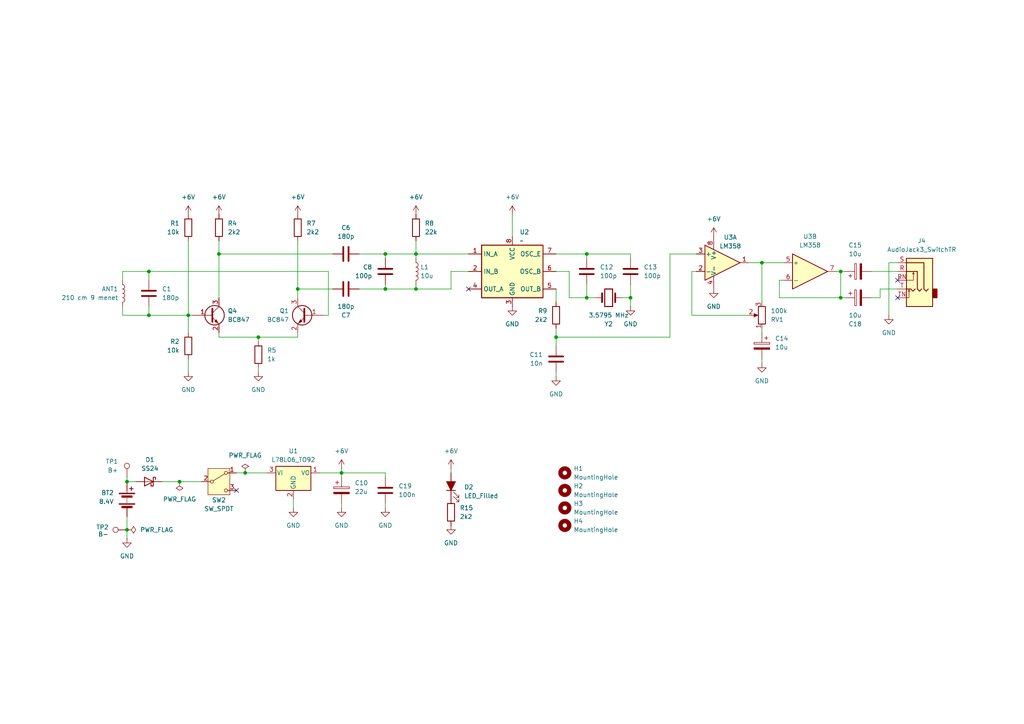
<source format=kicad_sch>
(kicad_sch (version 20250114) (generator "eeschema") (generator_version "9.0")
  (paper "A4")
  (lib_symbols
    (symbol "Amplifier_Operational:LM358" (pin_names (offset 0.127))
      (property "Reference" "U" (at 0 5.08 0))
      (property "Value" "LM358" (at 0 -5.08 0))
      (symbol "LM358_1_1"
        (polyline (pts (xy -5.08 5.08) (xy 5.08 0) (xy -5.08 -5.08) (xy -5.08 5.08)) (stroke (width 0.254)) (fill (type background)))
        (pin input line (at -7.62 2.54 0) (length 2.54) (name "+") (number "3"))
        (pin input line (at -7.62 -2.54 0) (length 2.54) (name "-") (number "2"))
        (pin output line (at 7.62 0 180) (length 2.54) (name "~") (number "1"))
      )
      (symbol "LM358_2_1"
        (polyline (pts (xy -5.08 5.08) (xy 5.08 0) (xy -5.08 -5.08) (xy -5.08 5.08)) (stroke (width 0.254)) (fill (type background)))
        (pin input line (at -7.62 2.54 0) (length 2.54) (name "+") (number "5"))
        (pin input line (at -7.62 -2.54 0) (length 2.54) (name "-") (number "6"))
        (pin output line (at 7.62 0 180) (length 2.54) (name "~") (number "7"))
      )
      (symbol "LM358_3_1"
        (pin power_in line (at -2.54 7.62 270) (length 3.81) (name "V+") (number "8"))
        (pin power_in line (at -2.54 -7.62 90) (length 3.81) (name "V-") (number "4"))
      )
    )
    (symbol "Connector:TestPoint" (pin_numbers (hide yes)) (pin_names (offset 0.762) (hide yes))
      (property "Reference" "TP" (at 0 6.858 0))
      (property "Value" "TestPoint" (at 0 5.08 0))
      (symbol "TestPoint_0_1"
        (circle (center 0 3.302) (radius 0.762))
      )
      (symbol "TestPoint_1_1"
        (pin passive line (at 0 0 90) (length 2.54) (name "1") (number "1"))
      )
    )
    (symbol "Connector_Audio:AudioJack3_SwitchTR"
      (property "Reference" "J" (at 0 8.89 0))
      (property "Value" "AudioJack3_SwitchTR" (at 0 6.35 0))
      (symbol "AudioJack3_SwitchTR_0_1"
        (rectangle (start -5.08 -5.08) (end -6.35 -7.62) (stroke (width 0.254)) (fill (type outline)))
        (polyline (pts (xy -1.905 -5.08) (xy -1.27 -5.715) (xy -0.635 -5.08) (xy -0.635 0) (xy 2.54 0)) (stroke (width 0.254)))
        (polyline (pts (xy 0 -5.08) (xy 0.635 -5.715) (xy 1.27 -5.08) (xy 2.54 -5.08)) (stroke (width 0.254)))
        (polyline (pts (xy 0.508 -0.254) (xy 0.762 -0.762)))
        (polyline (pts (xy 1.778 -5.334) (xy 2.032 -5.842)))
        (rectangle (start 2.54 3.81) (end -5.08 -10.16) (stroke (width 0.254)) (fill (type background)))
        (polyline (pts (xy 2.54 2.54) (xy -2.54 2.54) (xy -2.54 -5.08) (xy -3.175 -5.715) (xy -3.81 -5.08)) (stroke (width 0.254)))
        (polyline (pts (xy 2.54 -2.54) (xy 0.508 -2.54) (xy 0.508 -0.254) (xy 0.254 -0.762)))
        (polyline (pts (xy 2.54 -7.62) (xy 1.778 -7.62) (xy 1.778 -5.334) (xy 1.524 -5.842)))
      )
      (symbol "AudioJack3_SwitchTR_1_1"
        (pin passive line (at 5.08 2.54 180) (length 2.54) (name "~") (number "S"))
        (pin passive line (at 5.08 0 180) (length 2.54) (name "~") (number "R"))
        (pin passive line (at 5.08 -2.54 180) (length 2.54) (name "~") (number "RN"))
        (pin passive line (at 5.08 -5.08 180) (length 2.54) (name "~") (number "T"))
        (pin passive line (at 5.08 -7.62 180) (length 2.54) (name "~") (number "TN"))
      )
    )
    (symbol "Device:Battery" (pin_numbers (hide yes)) (pin_names (offset 0) (hide yes))
      (property "Reference" "BT" (at 2.54 2.54 0))
      (property "Value" "Battery" (at 2.54 0 0))
      (symbol "Battery_0_1"
        (rectangle (start -2.286 1.778) (end 2.286 1.524) (fill (type outline)))
        (rectangle (start -2.286 -1.27) (end 2.286 -1.524) (fill (type outline)))
        (rectangle (start -1.524 1.016) (end 1.524 0.508) (fill (type outline)))
        (rectangle (start -1.524 -2.032) (end 1.524 -2.54) (fill (type outline)))
        (polyline (pts (xy 0 1.778) (xy 0 2.54)))
        (polyline (pts (xy 0 0) (xy 0 0.254)))
        (polyline (pts (xy 0 -0.508) (xy 0 -0.254)))
        (polyline (pts (xy 0 -1.016) (xy 0 -0.762)))
        (polyline (pts (xy 0.762 3.048) (xy 1.778 3.048)) (stroke (width 0.254)))
        (polyline (pts (xy 1.27 3.556) (xy 1.27 2.54)) (stroke (width 0.254)))
      )
      (symbol "Battery_1_1"
        (pin passive line (at 0 5.08 270) (length 2.54) (name "+") (number "1"))
        (pin passive line (at 0 -5.08 90) (length 2.54) (name "-") (number "2"))
      )
    )
    (symbol "Device:C" (pin_numbers (hide yes)) (pin_names (offset 0.254))
      (property "Reference" "C" (at 0.635 2.54 0))
      (property "Value" "C" (at 0.635 -2.54 0))
      (symbol "C_0_1"
        (polyline (pts (xy -2.032 0.762) (xy 2.032 0.762)) (stroke (width 0.508)))
        (polyline (pts (xy -2.032 -0.762) (xy 2.032 -0.762)) (stroke (width 0.508)))
      )
      (symbol "C_1_1"
        (pin passive line (at 0 3.81 270) (length 2.794) (name "~") (number "1"))
        (pin passive line (at 0 -3.81 90) (length 2.794) (name "~") (number "2"))
      )
    )
    (symbol "Device:C_Polarized" (pin_numbers (hide yes)) (pin_names (offset 0.254))
      (property "Reference" "C" (at 0.635 2.54 0))
      (property "Value" "C_Polarized" (at 0.635 -2.54 0))
      (symbol "C_Polarized_0_1"
        (rectangle (start -2.286 0.508) (end 2.286 1.016))
        (polyline (pts (xy -1.778 2.286) (xy -0.762 2.286)))
        (polyline (pts (xy -1.27 2.794) (xy -1.27 1.778)))
        (rectangle (start 2.286 -0.508) (end -2.286 -1.016) (fill (type outline)))
      )
      (symbol "C_Polarized_1_1"
        (pin passive line (at 0 3.81 270) (length 2.794) (name "~") (number "1"))
        (pin passive line (at 0 -3.81 90) (length 2.794) (name "~") (number "2"))
      )
    )
    (symbol "Device:Crystal" (pin_numbers (hide yes)) (pin_names (offset 1.016) (hide yes))
      (property "Reference" "Y" (at 0 3.81 0))
      (property "Value" "Crystal" (at 0 -3.81 0))
      (symbol "Crystal_0_1"
        (polyline (pts (xy -2.54 0) (xy -1.905 0)))
        (polyline (pts (xy -1.905 -1.27) (xy -1.905 1.27)) (stroke (width 0.508)))
        (rectangle (start -1.143 2.54) (end 1.143 -2.54) (stroke (width 0.3048)))
        (polyline (pts (xy 1.905 -1.27) (xy 1.905 1.27)) (stroke (width 0.508)))
        (polyline (pts (xy 2.54 0) (xy 1.905 0)))
      )
      (symbol "Crystal_1_1"
        (pin passive line (at -3.81 0 0) (length 1.27) (name "1") (number "1"))
        (pin passive line (at 3.81 0 180) (length 1.27) (name "2") (number "2"))
      )
    )
    (symbol "Device:L" (pin_numbers (hide yes)) (pin_names (offset 1.016) (hide yes))
      (property "Reference" "L" (at -1.27 0 90))
      (property "Value" "L" (at 1.905 0 90))
      (symbol "L_0_1"
        (arc (start 0 2.54) (mid 0.6323 1.905) (end 0 1.27))
        (arc (start 0 1.27) (mid 0.6323 0.635) (end 0 0))
        (arc (start 0 0) (mid 0.6323 -0.635) (end 0 -1.27))
        (arc (start 0 -1.27) (mid 0.6323 -1.905) (end 0 -2.54))
      )
      (symbol "L_1_1"
        (pin passive line (at 0 3.81 270) (length 1.27) (name "1") (number "1"))
        (pin passive line (at 0 -3.81 90) (length 1.27) (name "2") (number "2"))
      )
    )
    (symbol "Device:R" (pin_numbers (hide yes)) (pin_names (offset 0))
      (property "Reference" "R" (at 2.032 0 90))
      (property "Value" "R" (at 0 0 90))
      (symbol "R_0_1"
        (rectangle (start -1.016 -2.54) (end 1.016 2.54) (stroke (width 0.254)))
      )
      (symbol "R_1_1"
        (pin passive line (at 0 3.81 270) (length 1.27) (name "~") (number "1"))
        (pin passive line (at 0 -3.81 90) (length 1.27) (name "~") (number "2"))
      )
    )
    (symbol "Device:R_Potentiometer" (pin_names (offset 1.016) (hide yes))
      (property "Reference" "RV" (at -4.445 0 90))
      (property "Value" "R_Potentiometer" (at -2.54 0 90))
      (symbol "R_Potentiometer_0_1"
        (rectangle (start 1.016 2.54) (end -1.016 -2.54) (stroke (width 0.254)))
        (polyline (pts (xy 1.143 0) (xy 2.286 0.508) (xy 2.286 -0.508) (xy 1.143 0)) (fill (type outline)))
        (polyline (pts (xy 2.54 0) (xy 1.524 0)))
      )
      (symbol "R_Potentiometer_1_1"
        (pin passive line (at 0 3.81 270) (length 1.27) (name "1") (number "1"))
        (pin passive line (at 0 -3.81 90) (length 1.27) (name "3") (number "3"))
        (pin passive line (at 3.81 0 180) (length 1.27) (name "2") (number "2"))
      )
    )
    (symbol "Diode:SS24" (pin_numbers (hide yes)) (pin_names (offset 1.016) (hide yes))
      (property "Reference" "D" (at 0 2.54 0))
      (property "Value" "SS24" (at 0 -2.54 0))
      (symbol "SS24_0_1"
        (polyline (pts (xy -1.905 0.635) (xy -1.905 1.27) (xy -1.27 1.27) (xy -1.27 -1.27) (xy -0.635 -1.27) (xy -0.635 -0.635)) (stroke (width 0.254)))
        (polyline (pts (xy 1.27 1.27) (xy 1.27 -1.27) (xy -1.27 0) (xy 1.27 1.27)) (stroke (width 0.254)))
        (polyline (pts (xy 1.27 0) (xy -1.27 0)))
      )
      (symbol "SS24_1_1"
        (pin passive line (at -3.81 0 0) (length 2.54) (name "K") (number "1"))
        (pin passive line (at 3.81 0 180) (length 2.54) (name "A") (number "2"))
      )
    )
    (symbol "LED_Filled_1" (pin_numbers (hide yes)) (pin_names (offset 1.016) (hide yes))
      (property "Reference" "D" (at 0 2.54 0))
      (property "Value" "LED_Filled" (at 0 -2.54 0))
      (property "Sim.Pins" "1=K 2=A" (at 0 0 0))
      (symbol "LED_Filled_1_0_1"
        (polyline (pts (xy -3.048 -0.762) (xy -4.572 -2.286) (xy -3.81 -2.286) (xy -4.572 -2.286) (xy -4.572 -1.524)))
        (polyline (pts (xy -1.778 -0.762) (xy -3.302 -2.286) (xy -2.54 -2.286) (xy -3.302 -2.286) (xy -3.302 -1.524)))
        (polyline (pts (xy -1.27 0) (xy 1.27 0)))
        (polyline (pts (xy -1.27 -1.27) (xy -1.27 1.27)) (stroke (width 0.254)))
        (polyline (pts (xy 1.27 -1.27) (xy 1.27 1.27) (xy -1.27 0) (xy 1.27 -1.27)) (stroke (width 0.254)) (fill (type outline)))
      )
      (symbol "LED_Filled_1_1_1"
        (pin passive line (at -3.81 0 0) (length 2.54) (name "K") (number "1"))
        (pin passive line (at 3.81 0 180) (length 2.54) (name "A") (number "2"))
      )
    )
    (symbol "Mechanical:MountingHole" (pin_names (offset 1.016)) (exclude_from_sim yes) (in_bom no)
      (property "Reference" "H" (at 0 5.08 0))
      (property "Value" "MountingHole" (at 0 3.175 0))
      (symbol "MountingHole_0_1"
        (circle (center 0 0) (radius 1.27) (stroke (width 1.27)))
      )
    )
    (symbol "Regulator_Linear:L78L06_TO92" (pin_names (offset 0.254))
      (property "Reference" "U" (at -3.81 3.175 0))
      (property "Value" "L78L06_TO92" (at 0 3.175 0))
      (symbol "L78L06_TO92_0_1"
        (rectangle (start -5.08 -5.08) (end 5.08 1.905) (stroke (width 0.254)) (fill (type background)))
      )
      (symbol "L78L06_TO92_1_1"
        (pin power_in line (at -7.62 0 0) (length 2.54) (name "VI") (number "3"))
        (pin power_in line (at 0 -7.62 90) (length 2.54) (name "GND") (number "2"))
        (pin power_out line (at 7.62 0 180) (length 2.54) (name "VO") (number "1"))
      )
    )
    (symbol "Switch:SW_SPDT" (pin_names (offset 0) (hide yes))
      (property "Reference" "SW" (at 0 5.08 0))
      (property "Value" "SW_SPDT" (at 0 -5.08 0))
      (symbol "SW_SPDT_0_1"
        (circle (center -2.032 0) (radius 0.4572))
        (polyline (pts (xy -1.651 0.254) (xy 1.651 2.286)))
        (circle (center 2.032 2.54) (radius 0.4572))
        (circle (center 2.032 -2.54) (radius 0.4572))
      )
      (symbol "SW_SPDT_1_1"
        (rectangle (start -3.175 3.81) (end 3.175 -3.81) (fill (type background)))
        (pin passive line (at -5.08 0 0) (length 2.54) (name "B") (number "2"))
        (pin passive line (at 5.08 2.54 180) (length 2.54) (name "A") (number "1"))
        (pin passive line (at 5.08 -2.54 180) (length 2.54) (name "C") (number "3"))
      )
    )
    (symbol "Transistor_BJT:BC847" (pin_names (offset 0) (hide yes))
      (property "Reference" "Q" (at 5.08 1.905 0))
      (property "Value" "BC847" (at 5.08 0 0))
      (symbol "BC847_0_1"
        (polyline (pts (xy 0.635 1.905) (xy 0.635 -1.905) (xy 0.635 -1.905)) (stroke (width 0.508)))
        (polyline (pts (xy 0.635 0.635) (xy 2.54 2.54)))
        (polyline (pts (xy 0.635 -0.635) (xy 2.54 -2.54) (xy 2.54 -2.54)))
        (circle (center 1.27 0) (radius 2.8194) (stroke (width 0.254)))
        (polyline (pts (xy 1.27 -1.778) (xy 1.778 -1.27) (xy 2.286 -2.286) (xy 1.27 -1.778) (xy 1.27 -1.778)) (fill (type outline)))
      )
      (symbol "BC847_1_1"
        (pin input line (at -5.08 0 0) (length 5.715) (name "B") (number "1"))
        (pin passive line (at 2.54 5.08 270) (length 2.54) (name "C") (number "3"))
        (pin passive line (at 2.54 -5.08 90) (length 2.54) (name "E") (number "2"))
      )
    )
    (symbol "power:+6V" (power) (pin_numbers (hide yes)) (pin_names (offset 0) (hide yes))
      (property "Value" "+6V" (at 0 3.556 0))
      (symbol "+6V_0_1"
        (polyline (pts (xy -0.762 1.27) (xy 0 2.54)))
        (polyline (pts (xy 0 2.54) (xy 0.762 1.27)))
        (polyline (pts (xy 0 0) (xy 0 2.54)))
      )
      (symbol "+6V_1_1"
        (pin power_in line (at 0 0 90) (length 0) (name "~") (number "1"))
      )
    )
    (symbol "power:GND" (power) (pin_numbers (hide yes)) (pin_names (offset 0) (hide yes))
      (property "Value" "GND" (at 0 -3.81 0))
      (symbol "GND_0_1"
        (polyline (pts (xy 0 0) (xy 0 -1.27) (xy 1.27 -1.27) (xy 0 -2.54) (xy -1.27 -1.27) (xy 0 -1.27)))
      )
      (symbol "GND_1_1"
        (pin power_in line (at 0 0 270) (length 0) (name "~") (number "1"))
      )
    )
    (symbol "power:PWR_FLAG" (power) (pin_numbers (hide yes)) (pin_names (offset 0) (hide yes))
      (property "Value" "PWR_FLAG" (at 0 3.81 0))
      (symbol "PWR_FLAG_0_0"
        (pin power_out line (at 0 0 90) (length 0) (name "~") (number "1"))
      )
      (symbol "PWR_FLAG_0_1"
        (polyline (pts (xy 0 0) (xy 0 1.27) (xy -1.016 1.905) (xy 0 2.54) (xy 1.016 1.905) (xy 0 1.27)))
      )
    )
    (symbol "sa612:SA612"
      (property "Reference" "U" (at 0 0 0))
      (symbol "SA612_0_0"
        (pin power_in line (at 0 10.16 270) (length 2.54) (name "VCC") (number "8"))
      )
      (symbol "SA612_0_1"
        (rectangle (start -8.89 -7.62) (end 8.89 7.62) (stroke (width 0.254)) (fill (type background)))
        (rectangle (start -8.89 -7.62) (end 8.89 7.62) (stroke (width 0.254)) (fill (type background)))
      )
      (symbol "SA612_1_0"
        (pin power_in line (at 0 -10.16 90) (length 2.54) (name "GND") (number "3"))
      )
      (symbol "SA612_1_1"
        (pin input line (at -12.7 5.08 0) (length 3.81) (name "IN_A") (number "1"))
        (pin input line (at -12.7 0 0) (length 3.81) (name "IN_B") (number "2"))
        (pin output line (at -12.7 -5.08 0) (length 3.81) (name "OUT_A") (number "4"))
        (pin output line (at 12.7 5.08 180) (length 3.81) (name "OSC_E") (number "7"))
        (pin input line (at 12.7 0 180) (length 3.81) (name "OSC_B") (number "6"))
        (pin output line (at 12.7 -5.08 180) (length 3.81) (name "OUT_B") (number "5"))
      )
    )
  )
  (junction (at 43.18 91.44))
  (junction (at 74.93 97.79))
  (junction (at 243.84 86.36))
  (junction (at 111.76 83.82))
  (junction (at 111.76 73.66))
  (junction (at 161.29 97.79))
  (junction (at 120.65 83.82))
  (junction (at 36.83 139.7))
  (junction (at 36.83 153.67))
  (junction (at 243.84 78.74))
  (junction (at 43.18 78.74))
  (junction (at 54.61 91.44))
  (junction (at 63.5 73.66))
  (junction (at 170.18 86.36))
  (junction (at 220.98 76.2))
  (junction (at 170.18 73.66))
  (junction (at 182.88 86.36))
  (junction (at 52.07 139.7))
  (junction (at 71.12 137.16))
  (junction (at 120.65 73.66))
  (junction (at 99.06 137.16))
  (junction (at 86.36 83.82))
  (no_connect (at 135.89 83.82))
  (no_connect (at 68.58 142.24))
  (no_connect (at 260.35 86.36))
  (no_connect (at 260.35 81.28))
  (wire (pts (xy 99.06 146.05) (xy 99.06 147.32)))
  (wire (pts (xy 217.17 76.2) (xy 220.98 76.2)))
  (wire (pts (xy 200.66 78.74) (xy 201.93 78.74)))
  (wire (pts (xy 182.88 88.9) (xy 182.88 86.36)))
  (wire (pts (xy 161.29 95.25) (xy 161.29 97.79)))
  (wire (pts (xy 165.1 86.36) (xy 170.18 86.36)))
  (wire (pts (xy 35.56 78.74) (xy 43.18 78.74)))
  (wire (pts (xy 130.81 135.89) (xy 130.81 137.16)))
  (wire (pts (xy 200.66 91.44) (xy 200.66 78.74)))
  (wire (pts (xy 180.34 86.36) (xy 182.88 86.36)))
  (wire (pts (xy 120.65 69.85) (xy 120.65 73.66)))
  (wire (pts (xy 111.76 73.66) (xy 111.76 74.93)))
  (wire (pts (xy 170.18 73.66) (xy 182.88 73.66)))
  (wire (pts (xy 165.1 78.74) (xy 165.1 86.36)))
  (wire (pts (xy 36.83 153.67) (xy 36.83 149.86)))
  (wire (pts (xy 104.14 83.82) (xy 111.76 83.82)))
  (wire (pts (xy 170.18 86.36) (xy 172.72 86.36)))
  (wire (pts (xy 111.76 83.82) (xy 120.65 83.82)))
  (wire (pts (xy 111.76 147.32) (xy 111.76 146.05)))
  (wire (pts (xy 220.98 76.2) (xy 227.33 76.2)))
  (wire (pts (xy 54.61 91.44) (xy 54.61 96.52)))
  (wire (pts (xy 35.56 81.28) (xy 35.56 78.74)))
  (wire (pts (xy 226.06 86.36) (xy 243.84 86.36)))
  (wire (pts (xy 99.06 137.16) (xy 92.71 137.16)))
  (wire (pts (xy 161.29 97.79) (xy 161.29 100.33)))
  (wire (pts (xy 170.18 82.55) (xy 170.18 86.36)))
  (wire (pts (xy 226.06 81.28) (xy 226.06 86.36)))
  (wire (pts (xy 86.36 83.82) (xy 96.52 83.82)))
  (wire (pts (xy 111.76 82.55) (xy 111.76 83.82)))
  (wire (pts (xy 252.73 86.36) (xy 255.27 86.36)))
  (wire (pts (xy 161.29 73.66) (xy 170.18 73.66)))
  (wire (pts (xy 243.84 86.36) (xy 245.11 86.36)))
  (wire (pts (xy 99.06 138.43) (xy 99.06 137.16)))
  (wire (pts (xy 255.27 83.82) (xy 260.35 83.82)))
  (wire (pts (xy 243.84 78.74) (xy 245.11 78.74)))
  (wire (pts (xy 63.5 97.79) (xy 74.93 97.79)))
  (wire (pts (xy 74.93 97.79) (xy 86.36 97.79)))
  (wire (pts (xy 111.76 73.66) (xy 120.65 73.66)))
  (wire (pts (xy 46.99 139.7) (xy 52.07 139.7)))
  (wire (pts (xy 243.84 78.74) (xy 243.84 86.36)))
  (wire (pts (xy 99.06 135.89) (xy 99.06 137.16)))
  (wire (pts (xy 36.83 156.21) (xy 36.83 153.67)))
  (wire (pts (xy 43.18 91.44) (xy 54.61 91.44)))
  (wire (pts (xy 63.5 73.66) (xy 63.5 86.36)))
  (wire (pts (xy 85.09 144.78) (xy 85.09 147.32)))
  (wire (pts (xy 43.18 88.9) (xy 43.18 91.44)))
  (wire (pts (xy 161.29 83.82) (xy 161.29 87.63)))
  (wire (pts (xy 43.18 78.74) (xy 43.18 81.28)))
  (wire (pts (xy 161.29 78.74) (xy 165.1 78.74)))
  (wire (pts (xy 63.5 96.52) (xy 63.5 97.79)))
  (wire (pts (xy 74.93 106.68) (xy 74.93 107.95)))
  (wire (pts (xy 260.35 76.2) (xy 257.81 76.2)))
  (wire (pts (xy 35.56 91.44) (xy 43.18 91.44)))
  (wire (pts (xy 194.31 97.79) (xy 161.29 97.79)))
  (wire (pts (xy 54.61 69.85) (xy 54.61 91.44)))
  (wire (pts (xy 120.65 73.66) (xy 135.89 73.66)))
  (wire (pts (xy 252.73 78.74) (xy 260.35 78.74)))
  (wire (pts (xy 99.06 137.16) (xy 111.76 137.16)))
  (wire (pts (xy 182.88 86.36) (xy 182.88 82.55)))
  (wire (pts (xy 36.83 139.7) (xy 39.37 139.7)))
  (wire (pts (xy 36.83 138.43) (xy 36.83 139.7)))
  (wire (pts (xy 227.33 81.28) (xy 226.06 81.28)))
  (wire (pts (xy 54.61 91.44) (xy 55.88 91.44)))
  (wire (pts (xy 220.98 104.14) (xy 220.98 105.41)))
  (wire (pts (xy 170.18 74.93) (xy 170.18 73.66)))
  (wire (pts (xy 255.27 86.36) (xy 255.27 83.82)))
  (wire (pts (xy 74.93 97.79) (xy 74.93 99.06)))
  (wire (pts (xy 161.29 107.95) (xy 161.29 109.22)))
  (wire (pts (xy 54.61 107.95) (xy 54.61 104.14)))
  (wire (pts (xy 135.89 78.74) (xy 130.81 78.74)))
  (wire (pts (xy 120.65 74.93) (xy 120.65 73.66)))
  (wire (pts (xy 111.76 138.43) (xy 111.76 137.16)))
  (wire (pts (xy 86.36 97.79) (xy 86.36 96.52)))
  (wire (pts (xy 86.36 83.82) (xy 86.36 86.36)))
  (wire (pts (xy 120.65 82.55) (xy 120.65 83.82)))
  (wire (pts (xy 43.18 78.74) (xy 95.25 78.74)))
  (wire (pts (xy 130.81 83.82) (xy 120.65 83.82)))
  (wire (pts (xy 201.93 73.66) (xy 194.31 73.66)))
  (wire (pts (xy 95.25 78.74) (xy 95.25 91.44)))
  (wire (pts (xy 194.31 73.66) (xy 194.31 97.79)))
  (wire (pts (xy 86.36 69.85) (xy 86.36 83.82)))
  (wire (pts (xy 130.81 78.74) (xy 130.81 83.82)))
  (wire (pts (xy 63.5 73.66) (xy 96.52 73.66)))
  (wire (pts (xy 71.12 137.16) (xy 77.47 137.16)))
  (wire (pts (xy 35.56 88.9) (xy 35.56 91.44)))
  (wire (pts (xy 220.98 96.52) (xy 220.98 95.25)))
  (wire (pts (xy 242.57 78.74) (xy 243.84 78.74)))
  (wire (pts (xy 63.5 69.85) (xy 63.5 73.66)))
  (wire (pts (xy 95.25 91.44) (xy 93.98 91.44)))
  (wire (pts (xy 148.59 62.23) (xy 148.59 68.58)))
  (wire (pts (xy 220.98 87.63) (xy 220.98 76.2)))
  (wire (pts (xy 257.81 76.2) (xy 257.81 91.44)))
  (wire (pts (xy 104.14 73.66) (xy 111.76 73.66)))
  (wire (pts (xy 182.88 73.66) (xy 182.88 74.93)))
  (wire (pts (xy 52.07 139.7) (xy 58.42 139.7)))
  (wire (pts (xy 71.12 137.16) (xy 68.58 137.16)))
  (wire (pts (xy 200.66 91.44) (xy 217.17 91.44)))
  (symbol (lib_id "Device:Crystal") (at 176.53 86.36 0) (unit 1)
    (property "Reference" "Y2" (at 176.53 93.98 0))
    (property "Value" "3.5795 MHz" (at 176.53 91.44 0))
    (property "Footprint" "Crystal:Crystal_HC49-4H_Vertical" (effects (hide yes)))
    (property "Description" "Two pin crystal" (effects (hide yes)))
  )
  (symbol (lib_id "Transistor_BJT:BC847") (at 88.9 91.44 0) (mirror y) (unit 1)
    (property "Reference" "Q1" (at 83.82 90.1699 0) (effects (justify left)))
    (property "Value" "BC847" (at 83.82 92.7099 0) (effects (justify left)))
    (property "Footprint" "Package_TO_SOT_SMD:SOT-23" (effects (hide yes)))
    (property "Datasheet" "http://www.infineon.com/dgdl/Infineon-BC847SERIES_BC848SERIES_BC849SERIES_BC850SERIES-DS-v01_01-en.pdf?fileId=db3a304314dca389011541d4630a1657" (effects (hide yes)))
    (property "Description" "0.1A Ic, 45V Vce, NPN Transistor, SOT-23" (effects (hide yes)))
  )
  (symbol (lib_id "power:GND") (at 54.61 107.95 0) (unit 1)
    (property "Reference" "#PWR02" (effects (hide yes)))
    (property "Value" "GND" (at 54.61 113.03 0))
    (property "Description" "Power symbol creates a global label with name \"GND\" , ground" (effects (hide yes)))
  )
  (symbol (lib_id "power:GND") (at 257.81 91.44 0) (mirror y) (unit 1)
    (property "Reference" "#PWR035" (effects (hide yes)))
    (property "Value" "GND" (at 257.81 96.52 0))
    (property "Description" "Power symbol creates a global label with name \"GND\" , ground" (effects (hide yes)))
  )
  (symbol (lib_id "Connector_Audio:AudioJack3_SwitchTR") (at 265.43 78.74 0) (mirror y) (unit 1)
    (property "Reference" "J4" (at 267.335 69.85 0))
    (property "Value" "AudioJack3_SwitchTR" (at 267.335 72.39 0))
    (property "Footprint" "Connector_Audio:Jack_3.5mm_CUI_SJ1-3525N_Horizontal" (effects (hide yes)))
    (property "Description" "Audio Jack, 3 Poles (Stereo / TRS), Switched TR Poles (Normalling)" (effects (hide yes)))
  )
  (symbol (lib_id "Mechanical:MountingHole") (at 163.83 137.16 0) (unit 1) (exclude_from_sim yes) (in_bom no)
    (property "Reference" "H1" (at 166.37 135.8899 0) (effects (justify left)))
    (property "Value" "MountingHole" (at 166.37 138.4299 0) (effects (justify left)))
    (property "Footprint" "MountingHole:MountingHole_2.7mm_M2.5" (effects (hide yes)))
    (property "Description" "Mounting Hole without connection" (effects (hide yes)))
  )
  (symbol (lib_id "power:PWR_FLAG") (at 36.83 153.67 270) (unit 1)
    (property "Reference" "#FLG02" (effects (hide yes)))
    (property "Value" "PWR_FLAG" (at 40.64 153.6699 90) (effects (justify left)))
    (property "Description" "Special symbol for telling ERC where power comes from" (effects (hide yes)))
  )
  (symbol (lib_id "power:GND") (at 74.93 107.95 0) (unit 1)
    (property "Reference" "#PWR04" (effects (hide yes)))
    (property "Value" "GND" (at 74.93 113.03 0))
    (property "Description" "Power symbol creates a global label with name \"GND\" , ground" (effects (hide yes)))
  )
  (symbol (lib_id "power:+6V") (at 120.65 62.23 0) (unit 1)
    (property "Reference" "#PWR08" (effects (hide yes)))
    (property "Value" "+6V" (at 120.65 57.15 0))
    (property "Description" "Power symbol creates a global label with name \"+6V\"" (effects (hide yes)))
  )
  (symbol (lib_id "power:GND") (at 99.06 147.32 0) (unit 1)
    (property "Reference" "#PWR011" (effects (hide yes)))
    (property "Value" "GND" (at 99.06 152.4 0))
    (property "Description" "Power symbol creates a global label with name \"GND\" , ground" (effects (hide yes)))
  )
  (symbol (lib_id "Device:C") (at 43.18 85.09 0) (unit 1)
    (property "Reference" "C1" (at 46.99 83.8199 0) (effects (justify left)))
    (property "Value" "180p" (at 46.99 86.3599 0) (effects (justify left)))
    (property "Footprint" "Capacitor_SMD:C_0805_2012Metric_Pad1.18x1.45mm_HandSolder" (effects (hide yes)))
    (property "Description" "Unpolarized capacitor" (effects (hide yes)))
  )
  (symbol (lib_id "Amplifier_Operational:LM358") (at 209.55 76.2 0) (unit 1)
    (property "Reference" "U3" (at 211.836 68.834 0))
    (property "Value" "LM358" (at 211.836 71.374 0))
    (property "Footprint" "Package_SO:SOIC-8_3.9x4.9mm_P1.27mm" (effects (hide yes)))
    (property "Datasheet" "http://www.ti.com/lit/ds/symlink/lm2904-n.pdf" (effects (hide yes)))
    (property "Description" "Low-Power, Dual Operational Amplifiers, DIP-8/SOIC-8/TO-99-8" (effects (hide yes)))
  )
  (symbol (lib_id "Device:R") (at 74.93 102.87 0) (unit 1)
    (property "Reference" "R5" (at 77.47 101.5999 0) (effects (justify left)))
    (property "Value" "1k" (at 77.47 104.1399 0) (effects (justify left)))
    (property "Footprint" "Resistor_SMD:R_0805_2012Metric_Pad1.20x1.40mm_HandSolder" (effects (hide yes)))
    (property "Description" "Resistor" (effects (hide yes)))
  )
  (symbol (lib_id "power:+6V") (at 54.61 62.23 0) (unit 1)
    (property "Reference" "#PWR01" (effects (hide yes)))
    (property "Value" "+6V" (at 54.61 57.15 0))
    (property "Description" "Power symbol creates a global label with name \"+6V\"" (effects (hide yes)))
  )
  (symbol (lib_id "Device:L") (at 120.65 78.74 0) (unit 1)
    (property "Reference" "L1" (at 121.92 77.4699 0) (effects (justify left)))
    (property "Value" "10u" (at 121.92 80.0099 0) (effects (justify left)))
    (property "Footprint" "Inductor_SMD:L_0805_2012Metric_Pad1.15x1.40mm_HandSolder" (effects (hide yes)))
    (property "Description" "Inductor" (effects (hide yes)))
  )
  (symbol (lib_id "Device:Battery") (at 36.83 144.78 0) (unit 1) (on_board no)
    (property "Reference" "BT2" (at 33.02 142.9384 0) (effects (justify right)))
    (property "Value" "8.4V" (at 33.02 145.4784 0) (effects (justify right)))
    (property "Footprint" "Connector_BarrelJack:BarrelJack_GCT_DCJ200-10-A_Horizontal" (effects (hide yes)))
    (property "Description" "Multiple-cell battery" (effects (hide yes)))
  )
  (symbol (lib_id "power:GND") (at 182.88 88.9 0) (unit 1)
    (property "Reference" "#PWR016" (effects (hide yes)))
    (property "Value" "GND" (at 182.88 93.98 0))
    (property "Description" "Power symbol creates a global label with name \"GND\" , ground" (effects (hide yes)))
  )
  (symbol (lib_id "Mechanical:MountingHole") (at 163.83 152.4 0) (unit 1) (exclude_from_sim yes) (in_bom no)
    (property "Reference" "H4" (at 166.37 151.1299 0) (effects (justify left)))
    (property "Value" "MountingHole" (at 166.37 153.6699 0) (effects (justify left)))
    (property "Footprint" "MountingHole:MountingHole_2.7mm_M2.5" (effects (hide yes)))
    (property "Description" "Mounting Hole without connection" (effects (hide yes)))
  )
  (symbol (lib_id "Amplifier_Operational:LM358") (at 209.55 76.2 0) (unit 3)
    (property "Reference" "U3" (effects (hide yes)))
    (property "Value" "LM358" (effects (hide yes)))
    (property "Footprint" "Package_SO:SOIC-8_3.9x4.9mm_P1.27mm" (effects (hide yes)))
    (property "Datasheet" "http://www.ti.com/lit/ds/symlink/lm2904-n.pdf" (effects (hide yes)))
    (property "Description" "Low-Power, Dual Operational Amplifiers, DIP-8/SOIC-8/TO-99-8" (effects (hide yes)))
  )
  (symbol (lib_id "power:GND") (at 220.98 105.41 0) (mirror y) (unit 1)
    (property "Reference" "#PWR017" (effects (hide yes)))
    (property "Value" "GND" (at 220.98 110.49 0))
    (property "Description" "Power symbol creates a global label with name \"GND\" , ground" (effects (hide yes)))
  )
  (symbol (lib_id "Device:C_Polarized") (at 99.06 142.24 0) (unit 1)
    (property "Reference" "C10" (at 102.87 140.0809 0) (effects (justify left)))
    (property "Value" "22u" (at 102.87 142.6209 0) (effects (justify left)))
    (property "Footprint" "Capacitor_SMD:C_0805_2012Metric_Pad1.18x1.45mm_HandSolder" (effects (hide yes)))
    (property "Description" "Polarized capacitor" (effects (hide yes)))
  )
  (symbol (lib_id "Switch:SW_SPDT") (at 63.5 139.7 0) (unit 1)
    (property "Reference" "SW2" (at 63.5 145.034 0))
    (property "Value" "SW_SPDT" (at 63.5 147.574 0))
    (property "Footprint" "Button_Switch_THT:SW_Push_2P2T_Toggle_CK_PVA2OAH5xxxxxxV2" (effects (hide yes)))
    (property "Description" "Switch, single pole double throw" (effects (hide yes)))
  )
  (symbol (lib_id "power:GND") (at 207.01 83.82 0) (unit 1)
    (property "Reference" "#PWR019" (effects (hide yes)))
    (property "Value" "GND" (at 207.01 88.9 0))
    (property "Description" "Power symbol creates a global label with name \"GND\" , ground" (effects (hide yes)))
  )
  (symbol (lib_id "power:+6V") (at 99.06 135.89 0) (unit 1)
    (property "Reference" "#PWR010" (effects (hide yes)))
    (property "Value" "+6V" (at 99.06 130.81 0))
    (property "Description" "Power symbol creates a global label with name \"+6V\"" (effects (hide yes)))
  )
  (symbol (lib_id "Device:R") (at 54.61 100.33 0) (mirror y) (unit 1)
    (property "Reference" "R2" (at 52.07 99.0599 0) (effects (justify left)))
    (property "Value" "10k" (at 52.07 101.5999 0) (effects (justify left)))
    (property "Footprint" "Resistor_SMD:R_0805_2012Metric_Pad1.20x1.40mm_HandSolder" (effects (hide yes)))
    (property "Description" "Resistor" (effects (hide yes)))
  )
  (symbol (lib_id "power:+6V") (at 207.01 68.58 0) (unit 1)
    (property "Reference" "#PWR018" (effects (hide yes)))
    (property "Value" "+6V" (at 207.01 63.5 0))
    (property "Description" "Power symbol creates a global label with name \"+6V\"" (effects (hide yes)))
  )
  (symbol (lib_id "Device:C") (at 100.33 83.82 90) (mirror x) (unit 1)
    (property "Reference" "C7" (at 100.33 91.44 90))
    (property "Value" "180p" (at 100.33 88.9 90))
    (property "Footprint" "Capacitor_SMD:C_0805_2012Metric_Pad1.18x1.45mm_HandSolder" (effects (hide yes)))
    (property "Description" "Unpolarized capacitor" (effects (hide yes)))
  )
  (symbol (lib_id "Connector:TestPoint") (at 36.83 138.43 0) (unit 1)
    (property "Reference" "TP1" (at 34.29 133.8579 0) (effects (justify right)))
    (property "Value" "B+" (at 34.29 136.3979 0) (effects (justify right)))
    (property "Footprint" "TestPoint:TestPoint_Pad_3.0x3.0mm" (effects (hide yes)))
    (property "Description" "test point" (effects (hide yes)))
  )
  (symbol (lib_id "Transistor_BJT:BC847") (at 60.96 91.44 0) (unit 1)
    (property "Reference" "Q4" (at 66.04 90.1699 0) (effects (justify left)))
    (property "Value" "BC847" (at 66.04 92.7099 0) (effects (justify left)))
    (property "Footprint" "Package_TO_SOT_SMD:SOT-23" (effects (hide yes)))
    (property "Datasheet" "http://www.infineon.com/dgdl/Infineon-BC847SERIES_BC848SERIES_BC849SERIES_BC850SERIES-DS-v01_01-en.pdf?fileId=db3a304314dca389011541d4630a1657" (effects (hide yes)))
    (property "Description" "0.1A Ic, 45V Vce, NPN Transistor, SOT-23" (effects (hide yes)))
  )
  (symbol (lib_id "Device:R") (at 130.81 148.59 0) (unit 1)
    (property "Reference" "R15" (at 133.35 147.3199 0) (effects (justify left)))
    (property "Value" "2k2" (at 133.35 149.8599 0) (effects (justify left)))
    (property "Footprint" "Resistor_SMD:R_0805_2012Metric_Pad1.20x1.40mm_HandSolder" (effects (hide yes)))
    (property "Description" "Resistor" (effects (hide yes)))
  )
  (symbol (lib_id "Device:L") (at 35.56 85.09 0) (unit 1)
    (property "Reference" "ANT1" (at 34.29 83.8199 0) (effects (justify right)))
    (property "Value" "210 cm 9 menet" (at 34.29 86.3599 0) (effects (justify right)))
    (property "Footprint" "Connector_PinHeader_2.54mm:PinHeader_1x02_P2.54mm_Vertical" (effects (hide yes)))
    (property "Description" "Inductor" (effects (hide yes)))
  )
  (symbol (lib_id "Device:C_Polarized") (at 248.92 86.36 90) (mirror x) (unit 1)
    (property "Reference" "C18" (at 248.031 93.98 90))
    (property "Value" "10u" (at 248.031 91.44 90))
    (property "Footprint" "Capacitor_SMD:C_0805_2012Metric_Pad1.18x1.45mm_HandSolder" (effects (hide yes)))
    (property "Description" "Polarized capacitor" (effects (hide yes)))
  )
  (symbol (lib_id "Device:R_Potentiometer") (at 220.98 91.44 180) (unit 1)
    (property "Reference" "RV1" (at 223.52 92.7101 0) (effects (justify right)))
    (property "Value" "100k" (at 223.52 90.1701 0) (effects (justify right)))
    (property "Footprint" "Potentiometer_THT:Potentiometer_ACP_CA9-V10_Vertical" (effects (hide yes)))
    (property "Description" "Potentiometer" (effects (hide yes)))
  )
  (symbol (lib_id "Device:R") (at 86.36 66.04 0) (unit 1)
    (property "Reference" "R7" (at 88.9 64.7699 0) (effects (justify left)))
    (property "Value" "2k2" (at 88.9 67.3099 0) (effects (justify left)))
    (property "Footprint" "Resistor_SMD:R_0805_2012Metric_Pad1.20x1.40mm_HandSolder" (effects (hide yes)))
    (property "Description" "Resistor" (effects (hide yes)))
  )
  (symbol (lib_id "Device:C") (at 161.29 104.14 0) (mirror y) (unit 1)
    (property "Reference" "C11" (at 157.48 102.8699 0) (effects (justify left)))
    (property "Value" "10n" (at 157.48 105.4099 0) (effects (justify left)))
    (property "Footprint" "Capacitor_SMD:C_0805_2012Metric_Pad1.18x1.45mm_HandSolder" (effects (hide yes)))
    (property "Description" "Unpolarized capacitor" (effects (hide yes)))
  )
  (symbol (lib_id "Device:C") (at 182.88 78.74 0) (unit 1)
    (property "Reference" "C13" (at 186.69 77.4699 0) (effects (justify left)))
    (property "Value" "100p" (at 186.69 80.0099 0) (effects (justify left)))
    (property "Footprint" "Capacitor_SMD:C_0805_2012Metric_Pad1.18x1.45mm_HandSolder" (effects (hide yes)))
    (property "Description" "Unpolarized capacitor" (effects (hide yes)))
  )
  (symbol (lib_id "power:GND") (at 36.83 156.21 0) (mirror y) (unit 1)
    (property "Reference" "#PWR025" (effects (hide yes)))
    (property "Value" "GND" (at 36.83 161.29 0))
    (property "Description" "Power symbol creates a global label with name \"GND\" , ground" (effects (hide yes)))
  )
  (symbol (lib_id "power:GND") (at 148.59 88.9 0) (unit 1)
    (property "Reference" "#PWR013" (effects (hide yes)))
    (property "Value" "GND" (at 148.59 93.98 0))
    (property "Description" "Power symbol creates a global label with name \"GND\" , ground" (effects (hide yes)))
  )
  (symbol (lib_id "Device:C_Polarized") (at 248.92 78.74 90) (unit 1)
    (property "Reference" "C15" (at 248.031 71.12 90))
    (property "Value" "10u" (at 248.031 73.66 90))
    (property "Footprint" "Capacitor_SMD:C_0805_2012Metric_Pad1.18x1.45mm_HandSolder" (effects (hide yes)))
    (property "Description" "Polarized capacitor" (effects (hide yes)))
  )
  (symbol (lib_id "Device:C") (at 100.33 73.66 90) (unit 1)
    (property "Reference" "C6" (at 100.33 66.04 90))
    (property "Value" "180p" (at 100.33 68.58 90))
    (property "Footprint" "Capacitor_SMD:C_0805_2012Metric_Pad1.18x1.45mm_HandSolder" (effects (hide yes)))
    (property "Description" "Unpolarized capacitor" (effects (hide yes)))
  )
  (symbol (lib_id "Device:R") (at 161.29 91.44 0) (mirror y) (unit 1)
    (property "Reference" "R9" (at 158.75 90.1699 0) (effects (justify left)))
    (property "Value" "2k2" (at 158.75 92.7099 0) (effects (justify left)))
    (property "Footprint" "Resistor_SMD:R_0805_2012Metric_Pad1.20x1.40mm_HandSolder" (effects (hide yes)))
    (property "Description" "Resistor" (effects (hide yes)))
  )
  (symbol (lib_id "Device:C_Polarized") (at 220.98 100.33 0) (mirror y) (unit 1)
    (property "Reference" "C14" (at 224.79 98.1709 0) (effects (justify right)))
    (property "Value" "10u" (at 224.79 100.7109 0) (effects (justify right)))
    (property "Footprint" "Capacitor_SMD:C_0805_2012Metric_Pad1.18x1.45mm_HandSolder" (effects (hide yes)))
    (property "Description" "Polarized capacitor" (effects (hide yes)))
  )
  (symbol (lib_id "power:+6V") (at 130.81 135.89 0) (unit 1)
    (property "Reference" "#PWR036" (effects (hide yes)))
    (property "Value" "+6V" (at 130.81 130.81 0))
    (property "Description" "Power symbol creates a global label with name \"+6V\"" (effects (hide yes)))
  )
  (symbol (lib_id "Diode:SS24") (at 43.18 139.7 0) (mirror y) (unit 1)
    (property "Reference" "D1" (at 43.4975 133.35 0))
    (property "Value" "SS24" (at 43.4975 135.89 0))
    (property "Footprint" "Diode_SMD:D_SMA" (effects (hide yes)))
    (property "Datasheet" "https://www.vishay.com/docs/88748/ss22.pdf" (effects (hide yes)))
    (property "Description" "40V 2A Schottky Diode, SMA" (effects (hide yes)))
  )
  (symbol (lib_id "power:+6V") (at 63.5 62.23 0) (unit 1)
    (property "Reference" "#PWR03" (effects (hide yes)))
    (property "Value" "+6V" (at 63.5 57.15 0))
    (property "Description" "Power symbol creates a global label with name \"+6V\"" (effects (hide yes)))
  )
  (symbol (lib_id "Device:R") (at 54.61 66.04 0) (mirror y) (unit 1)
    (property "Reference" "R1" (at 52.07 64.7699 0) (effects (justify left)))
    (property "Value" "10k" (at 52.07 67.3099 0) (effects (justify left)))
    (property "Footprint" "Resistor_SMD:R_0805_2012Metric_Pad1.20x1.40mm_HandSolder" (effects (hide yes)))
    (property "Description" "Resistor" (effects (hide yes)))
  )
  (symbol (lib_id "Device:R") (at 63.5 66.04 0) (unit 1)
    (property "Reference" "R4" (at 66.04 64.7699 0) (effects (justify left)))
    (property "Value" "2k2" (at 66.04 67.3099 0) (effects (justify left)))
    (property "Footprint" "Resistor_SMD:R_0805_2012Metric_Pad1.20x1.40mm_HandSolder" (effects (hide yes)))
    (property "Description" "Resistor" (effects (hide yes)))
  )
  (symbol (lib_id "power:PWR_FLAG") (at 71.12 137.16 0) (unit 1)
    (property "Reference" "#FLG03" (effects (hide yes)))
    (property "Value" "PWR_FLAG" (at 71.12 132.08 0))
    (property "Description" "Special symbol for telling ERC where power comes from" (effects (hide yes)))
  )
  (symbol (lib_id "Device:C") (at 111.76 78.74 0) (mirror y) (unit 1)
    (property "Reference" "C8" (at 107.95 77.4699 0) (effects (justify left)))
    (property "Value" "100p" (at 107.95 80.0099 0) (effects (justify left)))
    (property "Footprint" "Capacitor_SMD:C_0805_2012Metric_Pad1.18x1.45mm_HandSolder" (effects (hide yes)))
    (property "Description" "Unpolarized capacitor" (effects (hide yes)))
  )
  (symbol (lib_name "LED_Filled_1") (lib_id "Device:LED_Filled") (at 130.81 140.97 90) (unit 1)
    (property "Reference" "D2" (at 134.62 141.2874 90) (effects (justify right)))
    (property "Value" "LED_Filled" (at 134.62 143.8274 90) (effects (justify right)))
    (property "Footprint" "LED_THT:LED_D5.0mm" (effects (hide yes)))
    (property "Description" "Light emitting diode, filled shape" (effects (hide yes)))
    (property "Sim.Pins" "1=K 2=A" (effects (hide yes)))
  )
  (symbol (lib_id "Device:R") (at 120.65 66.04 0) (unit 1)
    (property "Reference" "R8" (at 123.19 64.7699 0) (effects (justify left)))
    (property "Value" "22k" (at 123.19 67.3099 0) (effects (justify left)))
    (property "Footprint" "Resistor_SMD:R_0805_2012Metric_Pad1.20x1.40mm_HandSolder" (effects (hide yes)))
    (property "Description" "Resistor" (effects (hide yes)))
  )
  (symbol (lib_id "power:GND") (at 161.29 109.22 0) (unit 1)
    (property "Reference" "#PWR014" (effects (hide yes)))
    (property "Value" "GND" (at 161.29 114.3 0))
    (property "Description" "Power symbol creates a global label with name \"GND\" , ground" (effects (hide yes)))
  )
  (symbol (lib_id "sa612:SA612") (at 148.59 78.74 0) (unit 1)
    (property "Reference" "U2" (at 150.7333 67.31 0) (effects (justify left)))
    (property "Value" "~" (at 150.7333 69.85 0) (effects (justify left)))
  )
  (symbol (lib_id "Device:C") (at 170.18 78.74 0) (unit 1)
    (property "Reference" "C12" (at 173.99 77.4699 0) (effects (justify left)))
    (property "Value" "100p" (at 173.99 80.0099 0) (effects (justify left)))
    (property "Footprint" "Capacitor_SMD:C_0805_2012Metric_Pad1.18x1.45mm_HandSolder" (effects (hide yes)))
    (property "Description" "Unpolarized capacitor" (effects (hide yes)))
  )
  (symbol (lib_id "Connector:TestPoint") (at 36.83 153.67 90) (unit 1)
    (property "Reference" "TP2" (at 29.718 152.908 90))
    (property "Value" "B-" (at 29.972 154.94 90))
    (property "Footprint" "TestPoint:TestPoint_Pad_3.0x3.0mm" (effects (hide yes)))
    (property "Description" "test point" (effects (hide yes)))
  )
  (symbol (lib_id "Mechanical:MountingHole") (at 163.83 147.32 0) (unit 1) (exclude_from_sim yes) (in_bom no)
    (property "Reference" "H3" (at 166.37 146.0499 0) (effects (justify left)))
    (property "Value" "MountingHole" (at 166.37 148.5899 0) (effects (justify left)))
    (property "Footprint" "MountingHole:MountingHole_2.7mm_M2.5" (effects (hide yes)))
    (property "Description" "Mounting Hole without connection" (effects (hide yes)))
  )
  (symbol (lib_id "Mechanical:MountingHole") (at 163.83 142.24 0) (unit 1) (exclude_from_sim yes) (in_bom no)
    (property "Reference" "H2" (at 166.37 140.9699 0) (effects (justify left)))
    (property "Value" "MountingHole" (at 166.37 143.5099 0) (effects (justify left)))
    (property "Footprint" "MountingHole:MountingHole_2.7mm_M2.5" (effects (hide yes)))
    (property "Description" "Mounting Hole without connection" (effects (hide yes)))
  )
  (symbol (lib_id "power:PWR_FLAG") (at 52.07 139.7 180) (unit 1)
    (property "Reference" "#FLG01" (effects (hide yes)))
    (property "Value" "PWR_FLAG" (at 52.07 144.78 0))
    (property "Description" "Special symbol for telling ERC where power comes from" (effects (hide yes)))
  )
  (symbol (lib_id "power:GND") (at 85.09 147.32 0) (unit 1)
    (property "Reference" "#PWR09" (effects (hide yes)))
    (property "Value" "GND" (at 85.09 152.4 0))
    (property "Description" "Power symbol creates a global label with name \"GND\" , ground" (effects (hide yes)))
  )
  (symbol (lib_id "power:GND") (at 130.81 152.4 0) (unit 1)
    (property "Reference" "#PWR037" (effects (hide yes)))
    (property "Value" "GND" (at 130.81 157.48 0))
    (property "Description" "Power symbol creates a global label with name \"GND\" , ground" (effects (hide yes)))
  )
  (symbol (lib_id "Device:C") (at 111.76 142.24 0) (unit 1)
    (property "Reference" "C19" (at 115.57 140.9699 0) (effects (justify left)))
    (property "Value" "100n" (at 115.57 143.5099 0) (effects (justify left)))
    (property "Footprint" "Capacitor_SMD:C_0805_2012Metric_Pad1.18x1.45mm_HandSolder" (effects (hide yes)))
    (property "Description" "Unpolarized capacitor" (effects (hide yes)))
  )
  (symbol (lib_id "Regulator_Linear:L78L06_TO92") (at 85.09 137.16 0) (unit 1)
    (property "Reference" "U1" (at 85.09 130.81 0))
    (property "Value" "L78L06_TO92" (at 85.09 133.35 0))
    (property "Footprint" "Package_TO_SOT_THT:TO-92_Inline" (effects (hide yes)))
    (property "Datasheet" "http://www.st.com/content/ccc/resource/technical/document/datasheet/15/55/e5/aa/23/5b/43/fd/CD00000446.pdf/files/CD00000446.pdf/jcr:content/translations/en.CD00000446.pdf" (effects (hide yes)))
    (property "Description" "Positive 100mA 30V Linear Regulator, Fixed Output 6V, TO-92" (effects (hide yes)))
  )
  (symbol (lib_id "power:GND") (at 111.76 147.32 0) (unit 1)
    (property "Reference" "#PWR038" (effects (hide yes)))
    (property "Value" "GND" (at 111.76 152.4 0))
    (property "Description" "Power symbol creates a global label with name \"GND\" , ground" (effects (hide yes)))
  )
  (symbol (lib_id "power:+6V") (at 148.59 62.23 0) (unit 1)
    (property "Reference" "#PWR012" (effects (hide yes)))
    (property "Value" "+6V" (at 148.59 57.15 0))
    (property "Description" "Power symbol creates a global label with name \"+6V\"" (effects (hide yes)))
  )
  (symbol (lib_id "power:+6V") (at 86.36 62.23 0) (unit 1)
    (property "Reference" "#PWR06" (effects (hide yes)))
    (property "Value" "+6V" (at 86.36 57.15 0))
    (property "Description" "Power symbol creates a global label with name \"+6V\"" (effects (hide yes)))
  )
  (symbol (lib_id "Amplifier_Operational:LM358") (at 234.95 78.74 0) (unit 2)
    (property "Reference" "U3" (at 234.95 68.58 0))
    (property "Value" "LM358" (at 234.95 71.12 0))
    (property "Footprint" "Package_SO:SOIC-8_3.9x4.9mm_P1.27mm" (effects (hide yes)))
    (property "Datasheet" "http://www.ti.com/lit/ds/symlink/lm2904-n.pdf" (effects (hide yes)))
    (property "Description" "Low-Power, Dual Operational Amplifiers, DIP-8/SOIC-8/TO-99-8" (effects (hide yes)))
  )
)
</source>
